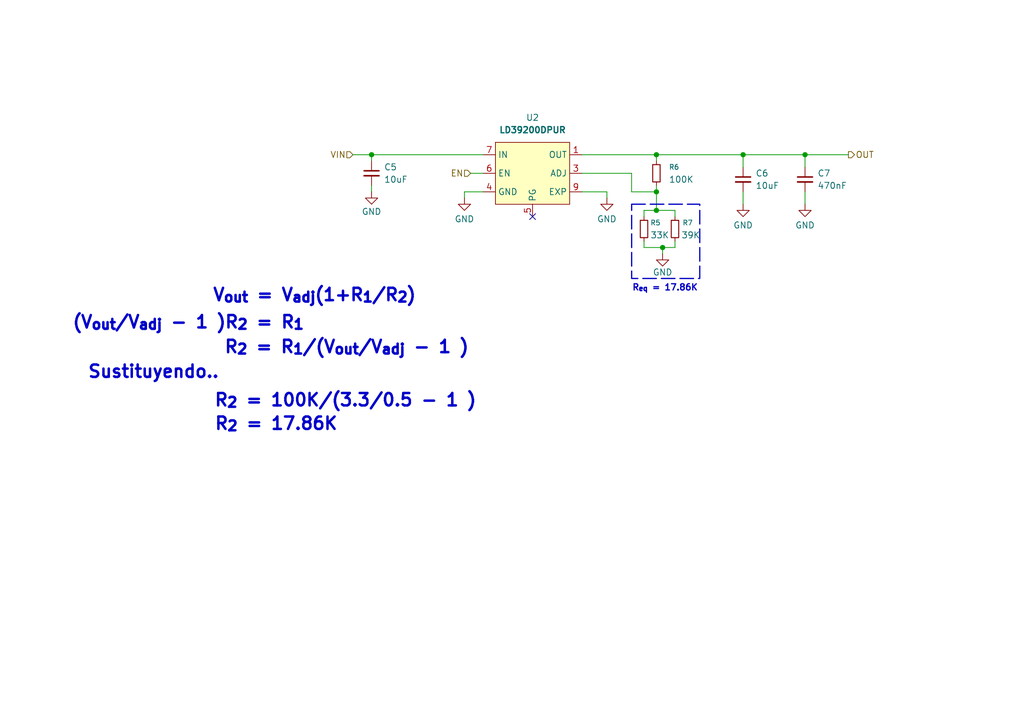
<source format=kicad_sch>
(kicad_sch (version 20250114) (generator "eeschema") (generator_version "9.0")
  (paper "A5")
  (lib_symbols
    (symbol "CompVuelo:LD39200DPUR"
      (property "Reference" "U" (at -6.096 9.906 0))
      (property "Value" "LD39200DPUR" (at 0 7.874 0))
      (symbol "LD39200DPUR_1_1"
        (rectangle (start -7.62 6.35) (end 7.62 -6.35) (fill (type background)))
        (pin input line (at -10.16 3.81 0) (length 2.54) (name "IN") (number "7"))
        (pin input line (at -10.16 0 0) (length 2.54) (name "EN") (number "6"))
        (pin input line (at -10.16 -3.81 0) (length 2.54) (name "GND") (number "4"))
        (pin input line (at 0 -8.89 90) (length 2.54) (name "PG") (number "5"))
        (pin output line (at 10.16 3.81 180) (length 2.54) (name "OUT") (number "1"))
        (pin input line (at 10.16 0 180) (length 2.54) (name "ADJ") (number "3"))
        (pin input line (at 10.16 -3.81 180) (length 2.54) (name "EXP") (number "9"))
      )
    )
    (symbol "Device:C_Small" (pin_numbers (hide yes)) (pin_names (offset 0.254) (hide yes))
      (property "Reference" "C" (at 0.254 1.778 0))
      (property "Value" "C_Small" (at 0.254 -2.032 0))
      (symbol "C_Small_0_1"
        (polyline (pts (xy -1.524 0.508) (xy 1.524 0.508)) (stroke (width 0.3048)))
        (polyline (pts (xy -1.524 -0.508) (xy 1.524 -0.508)) (stroke (width 0.3302)))
      )
      (symbol "C_Small_1_1"
        (pin passive line (at 0 2.54 270) (length 2.032) (name "~") (number "1"))
        (pin passive line (at 0 -2.54 90) (length 2.032) (name "~") (number "2"))
      )
    )
    (symbol "Device:R_Small" (pin_numbers (hide yes)) (pin_names (offset 0.254) (hide yes))
      (property "Reference" "R" (at 0 0 90))
      (property "Value" "R_Small" (at 1.778 0 90))
      (symbol "R_Small_0_1"
        (rectangle (start -0.762 1.778) (end 0.762 -1.778) (stroke (width 0.2032)))
      )
      (symbol "R_Small_1_1"
        (pin passive line (at 0 2.54 270) (length 0.762) (name "~") (number "1"))
        (pin passive line (at 0 -2.54 90) (length 0.762) (name "~") (number "2"))
      )
    )
    (symbol "power:GND" (power) (pin_numbers (hide yes)) (pin_names (offset 0) (hide yes))
      (property "Value" "GND" (at 0 -3.81 0))
      (symbol "GND_0_1"
        (polyline (pts (xy 0 0) (xy 0 -1.27) (xy 1.27 -1.27) (xy 0 -2.54) (xy -1.27 -1.27) (xy 0 -1.27)))
      )
      (symbol "GND_1_1"
        (pin power_in line (at 0 0 270) (length 0) (name "~") (number "1"))
      )
    )
  )
  (rectangle (start 129.54 41.91) (end 143.51 57.15) (stroke (width 0.254) (type dash)))
  (text "R_{eq} = 17.86K" (at 136.398 59.182 0) (effects (font (size 1.27 1.27) (thickness 0.254) (bold yes))))
  (text "R_{2} = 100K/(3.3/0.5 - 1 )" (at 70.866 82.296 0) (effects (font (size 2.54 2.54) (thickness 0.508) (bold yes))))
  (text "R_{2} = 17.86K" (at 56.642 87.122 0) (effects (font (size 2.54 2.54) (thickness 0.508) (bold yes))))
  (text "V_{out} = V_{adj}(1+R_{1}/R_{2})" (at 64.516 60.706 0) (effects (font (size 2.54 2.54) (thickness 0.508) (bold yes))))
  (text "(V_{out}/V_{adj} - 1 )R_{2} = R_{1}" (at 38.608 66.294 0) (effects (font (size 2.54 2.54) (thickness 0.508) (bold yes))))
  (text "Sustituyendo..\n\n" (at 31.496 78.486 0) (effects (font (size 2.54 2.54) (thickness 0.508) (bold yes))))
  (text "R_{2} = R_{1}/(V_{out}/V_{adj} - 1 )" (at 71.12 71.374 0) (effects (font (size 2.54 2.54) (thickness 0.508) (bold yes))))
  (junction (at 165.1 31.75))
  (junction (at 134.62 31.75))
  (junction (at 135.89 50.8))
  (junction (at 152.4 31.75))
  (junction (at 76.2 31.75))
  (junction (at 134.62 43.18))
  (junction (at 134.62 39.37))
  (no_connect (at 109.22 44.45))
  (wire (pts (xy 124.46 40.64) (xy 124.46 39.37)))
  (wire (pts (xy 132.08 50.8) (xy 135.89 50.8)))
  (wire (pts (xy 129.54 35.56) (xy 129.54 39.37)))
  (wire (pts (xy 132.08 49.53) (xy 132.08 50.8)))
  (wire (pts (xy 152.4 41.91) (xy 152.4 39.37)))
  (wire (pts (xy 96.52 35.56) (xy 99.06 35.56)))
  (wire (pts (xy 132.08 44.45) (xy 132.08 43.18)))
  (wire (pts (xy 165.1 31.75) (xy 173.99 31.75)))
  (wire (pts (xy 95.25 39.37) (xy 99.06 39.37)))
  (wire (pts (xy 134.62 39.37) (xy 134.62 43.18)))
  (wire (pts (xy 138.43 43.18) (xy 138.43 44.45)))
  (wire (pts (xy 152.4 34.29) (xy 152.4 31.75)))
  (wire (pts (xy 134.62 31.75) (xy 152.4 31.75)))
  (wire (pts (xy 129.54 39.37) (xy 134.62 39.37)))
  (wire (pts (xy 138.43 50.8) (xy 138.43 49.53)))
  (wire (pts (xy 119.38 35.56) (xy 129.54 35.56)))
  (wire (pts (xy 95.25 39.37) (xy 95.25 40.64)))
  (wire (pts (xy 124.46 39.37) (xy 119.38 39.37)))
  (wire (pts (xy 134.62 43.18) (xy 138.43 43.18)))
  (wire (pts (xy 76.2 31.75) (xy 72.39 31.75)))
  (wire (pts (xy 165.1 41.91) (xy 165.1 39.37)))
  (wire (pts (xy 165.1 34.29) (xy 165.1 31.75)))
  (wire (pts (xy 135.89 50.8) (xy 135.89 52.07)))
  (wire (pts (xy 76.2 33.02) (xy 76.2 31.75)))
  (wire (pts (xy 76.2 31.75) (xy 99.06 31.75)))
  (wire (pts (xy 134.62 33.02) (xy 134.62 31.75)))
  (wire (pts (xy 134.62 38.1) (xy 134.62 39.37)))
  (wire (pts (xy 135.89 50.8) (xy 138.43 50.8)))
  (wire (pts (xy 76.2 38.1) (xy 76.2 39.37)))
  (wire (pts (xy 119.38 31.75) (xy 134.62 31.75)))
  (wire (pts (xy 152.4 31.75) (xy 165.1 31.75)))
  (wire (pts (xy 132.08 43.18) (xy 134.62 43.18)))
  (hierarchical_label "VIN" (shape input) (at 72.39 31.75 180))
  (hierarchical_label "OUT" (shape output) (at 173.99 31.75 0))
  (hierarchical_label "EN" (shape input) (at 96.52 35.56 180))
  (symbol (lib_id "power:GND") (at 135.89 52.07 0) (unit 1)
    (property "Reference" "#PWR013" (effects (hide yes)))
    (property "Value" "GND" (at 135.89 55.88 0))
    (property "Description" "Power symbol creates a global label with name \"GND\" , ground" (effects (hide yes)))
    (instances (project "SupplyBoardCompVuelo" (path "" (reference "#PWR013") (unit 1)) (path "" (reference "#PWR019") (unit 1))))
  )
  (symbol (lib_id "Device:C_Small") (at 165.1 36.83 0) (unit 1)
    (property "Reference" "C7" (at 167.64 35.5662 0) (effects (justify left)))
    (property "Value" "470nF" (at 167.64 38.1062 0) (effects (justify left)))
    (property "Description" "Unpolarized capacitor, small symbol" (effects (hide yes)))
    (instances (project "SupplyBoardCompVuelo" (path "" (reference "C7") (unit 1)) (path "" (reference "C10") (unit 1))))
  )
  (symbol (lib_id "Device:C_Small") (at 152.4 36.83 0) (unit 1)
    (property "Reference" "C6" (at 154.94 35.5662 0) (effects (justify left)))
    (property "Value" "10uF" (at 154.94 38.1062 0) (effects (justify left)))
    (property "Description" "Unpolarized capacitor, small symbol" (effects (hide yes)))
    (instances (project "SupplyBoardCompVuelo" (path "" (reference "C6") (unit 1)) (path "" (reference "C9") (unit 1))))
  )
  (symbol (lib_id "power:GND") (at 95.25 40.64 0) (unit 1)
    (property "Reference" "#PWR011" (effects (hide yes)))
    (property "Value" "GND" (at 95.25 44.958 0))
    (property "Description" "Power symbol creates a global label with name \"GND\" , ground" (effects (hide yes)))
    (instances (project "SupplyBoardCompVuelo" (path "" (reference "#PWR011") (unit 1)) (path "" (reference "#PWR017") (unit 1))))
  )
  (symbol (lib_id "power:GND") (at 124.46 40.64 0) (unit 1)
    (property "Reference" "#PWR012" (effects (hide yes)))
    (property "Value" "GND" (at 124.46 44.958 0))
    (property "Description" "Power symbol creates a global label with name \"GND\" , ground" (effects (hide yes)))
    (instances (project "SupplyBoardCompVuelo" (path "" (reference "#PWR012") (unit 1)) (path "" (reference "#PWR018") (unit 1))))
  )
  (symbol (lib_id "Device:C_Small") (at 76.2 35.56 0) (unit 1)
    (property "Reference" "C5" (at 78.74 34.2962 0) (effects (justify left)))
    (property "Value" "10uF" (at 78.74 36.8362 0) (effects (justify left)))
    (property "Description" "Unpolarized capacitor, small symbol" (effects (hide yes)))
    (instances (project "SupplyBoardCompVuelo" (path "" (reference "C5") (unit 1)) (path "" (reference "C8") (unit 1))))
  )
  (symbol (lib_id "power:GND") (at 152.4 41.91 0) (unit 1)
    (property "Reference" "#PWR014" (effects (hide yes)))
    (property "Value" "GND" (at 152.4 46.228 0))
    (property "Description" "Power symbol creates a global label with name \"GND\" , ground" (effects (hide yes)))
    (instances (project "SupplyBoardCompVuelo" (path "" (reference "#PWR014") (unit 1)) (path "" (reference "#PWR020") (unit 1))))
  )
  (symbol (lib_id "Device:R_Small") (at 134.62 35.56 0) (unit 1)
    (property "Reference" "R6" (at 137.16 34.2899 0) (effects (font (size 1.016 1.016)) (justify left)))
    (property "Value" "100K" (at 137.16 36.8299 0) (effects (justify left)))
    (property "Description" "Resistor, small symbol" (effects (hide yes)))
    (instances (project "SupplyBoardCompVuelo" (path "" (reference "R6") (unit 1)) (path "" (reference "R9") (unit 1))))
  )
  (symbol (lib_id "power:GND") (at 76.2 39.37 0) (unit 1)
    (property "Reference" "#PWR010" (effects (hide yes)))
    (property "Value" "GND" (at 76.2 43.434 0))
    (property "Description" "Power symbol creates a global label with name \"GND\" , ground" (effects (hide yes)))
    (instances (project "SupplyBoardCompVuelo" (path "" (reference "#PWR010") (unit 1)) (path "" (reference "#PWR016") (unit 1))))
  )
  (symbol (lib_id "Device:R_Small") (at 138.43 46.99 0) (unit 1)
    (property "Reference" "R7" (at 139.954 45.72 0) (effects (font (size 1.016 1.016)) (justify left)))
    (property "Value" "39K" (at 139.7 48.26 0) (effects (justify left)))
    (property "Description" "Resistor, small symbol" (effects (hide yes)))
    (instances (project "SupplyBoardCompVuelo" (path "" (reference "R7") (unit 1)) (path "" (reference "R10") (unit 1))))
  )
  (symbol (lib_id "power:GND") (at 165.1 41.91 0) (unit 1)
    (property "Reference" "#PWR015" (effects (hide yes)))
    (property "Value" "GND" (at 165.1 46.228 0))
    (property "Description" "Power symbol creates a global label with name \"GND\" , ground" (effects (hide yes)))
    (instances (project "SupplyBoardCompVuelo" (path "" (reference "#PWR015") (unit 1)) (path "" (reference "#PWR021") (unit 1))))
  )
  (symbol (lib_id "CompVuelo:LD39200DPUR") (at 109.22 35.56 0) (unit 1)
    (property "Reference" "U2" (at 109.22 24.13 0))
    (property "Value" "LD39200DPUR" (at 109.22 26.67 0) (effects (font (thickness 0.254) (bold yes))))
    (property "Footprint" "CompVuelo:LD39200DPUR" (effects (hide yes)))
    (property "Datasheet" "https://www.lcsc.com/datasheet/C880590.pdf" (effects (hide yes)))
    (property "Description" "2 A high PSRR ultra low drop linear regulator with reverse current protection" (effects (hide yes)))
    (instances (project "SupplyBoardCompVuelo" (path "" (reference "U2") (unit 1)) (path "" (reference "U3") (unit 1))))
  )
  (symbol (lib_id "Device:R_Small") (at 132.08 46.99 0) (unit 1)
    (property "Reference" "R5" (at 133.35 45.72 0) (effects (font (size 1.016 1.016)) (justify left)))
    (property "Value" "33K" (at 133.35 48.26 0) (effects (justify left)))
    (property "Description" "Resistor, small symbol" (effects (hide yes)))
    (instances (project "SupplyBoardCompVuelo" (path "" (reference "R5") (unit 1)) (path "" (reference "R8") (unit 1))))
  )
)
</source>
